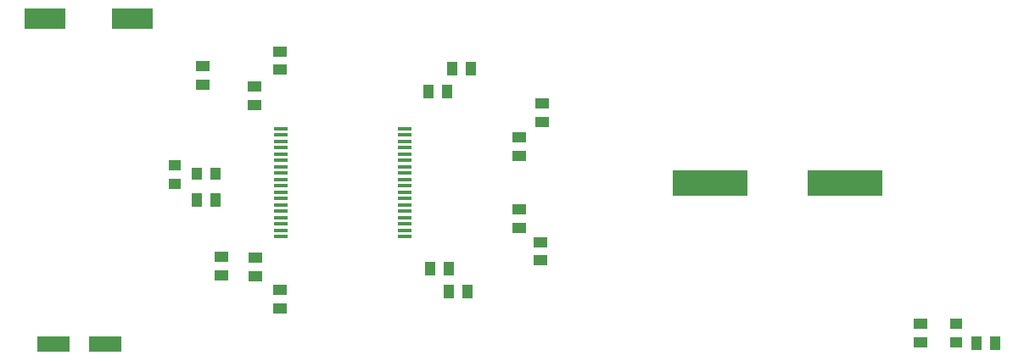
<source format=gbr>
%TF.GenerationSoftware,Altium Limited,Altium Designer,19.1.8 (144)*%
G04 Layer_Color=8421504*
%FSLAX26Y26*%
%MOIN*%
%TF.FileFunction,Paste,Top*%
%TF.Part,Single*%
G01*
G75*
%TA.AperFunction,SMDPad,CuDef*%
%ADD10R,0.057087X0.015748*%
%ADD11R,0.041339X0.051181*%
%ADD12R,0.051181X0.041339*%
%ADD13R,0.041339X0.055118*%
%ADD14R,0.055118X0.041339*%
%ADD15R,0.125984X0.062992*%
%ADD16R,0.295276X0.098425*%
%ADD17R,0.161417X0.078740*%
D10*
X1606300Y1561219D02*
D03*
Y1586219D02*
D03*
Y1611219D02*
D03*
Y1636219D02*
D03*
Y1661219D02*
D03*
Y1686219D02*
D03*
Y1711219D02*
D03*
Y1736219D02*
D03*
Y1761219D02*
D03*
Y1786219D02*
D03*
Y1811219D02*
D03*
Y1836219D02*
D03*
Y1861219D02*
D03*
Y1886219D02*
D03*
Y1911219D02*
D03*
Y1936219D02*
D03*
Y1961219D02*
D03*
Y1986219D02*
D03*
X1118111Y1561219D02*
D03*
Y1586219D02*
D03*
Y1611219D02*
D03*
Y1636219D02*
D03*
Y1661219D02*
D03*
Y1686219D02*
D03*
Y1711219D02*
D03*
Y1736219D02*
D03*
Y1761219D02*
D03*
Y1786219D02*
D03*
Y1811219D02*
D03*
Y1836219D02*
D03*
Y1861219D02*
D03*
Y1886219D02*
D03*
Y1911219D02*
D03*
Y1936219D02*
D03*
Y1961219D02*
D03*
Y1986219D02*
D03*
D11*
X789370Y1807087D02*
D03*
X862205D02*
D03*
D12*
X701772Y1769685D02*
D03*
Y1842520D02*
D03*
X3771654Y1145670D02*
D03*
Y1218505D02*
D03*
D13*
X1852363Y1346457D02*
D03*
X1779528D02*
D03*
X1778543Y1435039D02*
D03*
X1705709D02*
D03*
X789370Y1704724D02*
D03*
X862205D02*
D03*
X1771653Y2129921D02*
D03*
X1698819D02*
D03*
X1793306Y2220472D02*
D03*
X1866141D02*
D03*
X3925196Y1141732D02*
D03*
X3852361D02*
D03*
D14*
X1019686Y1405511D02*
D03*
Y1478345D02*
D03*
X886811Y1407480D02*
D03*
Y1480315D02*
D03*
X2139764Y1466537D02*
D03*
Y1539372D02*
D03*
X2055118Y1668307D02*
D03*
Y1595473D02*
D03*
X1116142Y1350394D02*
D03*
Y1277559D02*
D03*
X2056102Y1878937D02*
D03*
Y1951771D02*
D03*
X1115158Y2216535D02*
D03*
Y2289369D02*
D03*
X2145669Y2084646D02*
D03*
Y2011811D02*
D03*
X1015748Y2077756D02*
D03*
Y2150590D02*
D03*
X3633858Y1218503D02*
D03*
Y1145668D02*
D03*
X813386Y2158267D02*
D03*
Y2231102D02*
D03*
D15*
X227362Y1136811D02*
D03*
X428150D02*
D03*
D16*
X2805118Y1771653D02*
D03*
X3336614D02*
D03*
D17*
X535433Y2418307D02*
D03*
X192913D02*
D03*
%TF.MD5,e4e68188b933b5528508fb9dd4f2d525*%
M02*

</source>
